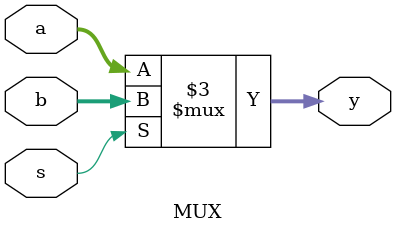
<source format=sv>
`timescale 1ns / 1ps

 module MUX # (parameter N = 4)
 (
    input logic [N-1:0] a,   
    input logic [N-1:0] b,   
    input logic s,             
    output logic [N-1:0] y   
);

    always @(*) begin
        if (s)
            y = b;               
        else
            y = a;              
    end

endmodule

/*MUX #(.WIDTH(3)) my_mux (
    .a(a[3:0]),
    .b(b[3:0]),
    .sel(sel),
    .y(y[3:0])
);
*/
</source>
